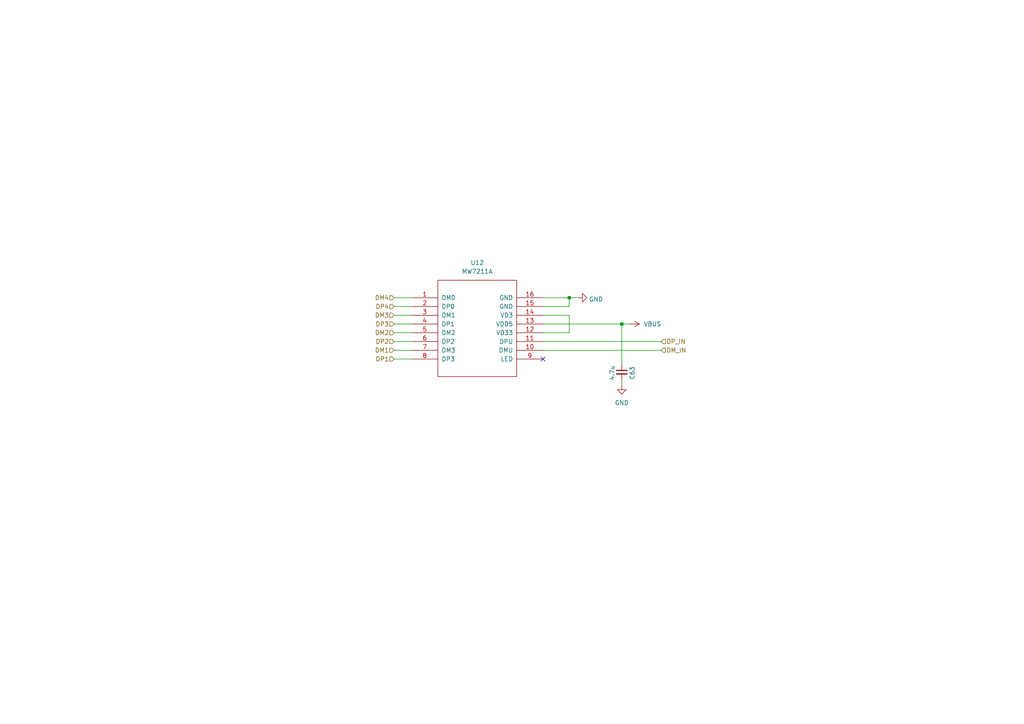
<source format=kicad_sch>
(kicad_sch (version 20250114) (generator "eeschema") (generator_version "9.0")
  (paper "A4")
  (title_block (title "${NAME} ${MODEL}") (date "2025-07-04") (rev "${VERSION}") (company "Mikhail Matveev") (comment 1 "https://github.com/rh1tech/echo"))
  (lib_symbols
    (symbol "Device:C_Small" (pin_numbers (hide yes)) (pin_names (offset 0.254) (hide yes))
      (property "Reference" "C" (at 0.254 1.778 0))
      (property "Value" "C_Small" (at 0.254 -2.032 0))
      (symbol "C_Small_0_1"
        (polyline (pts (xy -1.524 0.508) (xy 1.524 0.508)) (stroke (width 0.3048)))
        (polyline (pts (xy -1.524 -0.508) (xy 1.524 -0.508)) (stroke (width 0.3302)))
      )
      (symbol "C_Small_1_1"
        (pin passive line (at 0 2.54 270) (length 2.032) (name "~") (number "1"))
        (pin passive line (at 0 -2.54 90) (length 2.032) (name "~") (number "2"))
      )
    )
    (symbol "FRANK:MW7211A" (pin_names (offset 1.016))
      (property "Reference" "U10" (at 0 19.05 0))
      (property "Value" "MW7211A" (at 0 16.51 0))
      (symbol "MW7211A_1_0"
        (rectangle (start -11.43 -13.97) (end 11.43 13.97))
      )
      (symbol "MW7211A_1_1"
        (pin input line (at -19.05 8.89 0) (length 7.62) (name "DM0") (number "1"))
        (pin input line (at -19.05 6.35 0) (length 7.62) (name "DP0") (number "2"))
        (pin input line (at -19.05 3.81 0) (length 7.62) (name "DM1") (number "3"))
        (pin input line (at -19.05 1.27 0) (length 7.62) (name "DP1") (number "4"))
        (pin input line (at -19.05 -1.27 0) (length 7.62) (name "DM2") (number "5"))
        (pin input line (at -19.05 -3.81 0) (length 7.62) (name "DP2") (number "6"))
        (pin input line (at -19.05 -6.35 0) (length 7.62) (name "DM3") (number "7"))
        (pin input line (at -19.05 -8.89 0) (length 7.62) (name "DP3") (number "8"))
        (pin input line (at 19.05 8.89 180) (length 7.62) (name "GND") (number "16"))
        (pin input line (at 19.05 6.35 180) (length 7.62) (name "GND") (number "15"))
        (pin input line (at 19.05 3.81 180) (length 7.62) (name "VD3") (number "14"))
        (pin input line (at 19.05 1.27 180) (length 7.62) (name "VDD5") (number "13"))
        (pin input line (at 19.05 -1.27 180) (length 7.62) (name "VD33") (number "12"))
        (pin input line (at 19.05 -3.81 180) (length 7.62) (name "DPU") (number "11"))
        (pin input line (at 19.05 -6.35 180) (length 7.62) (name "DMU") (number "10"))
        (pin input line (at 19.05 -8.89 180) (length 7.62) (name "LED") (number "9"))
      )
    )
    (symbol "power:GND" (power) (pin_numbers (hide yes)) (pin_names (offset 0) (hide yes))
      (property "Value" "GND" (at 0 -3.81 0))
      (symbol "GND_0_1"
        (polyline (pts (xy 0 0) (xy 0 -1.27) (xy 1.27 -1.27) (xy 0 -2.54) (xy -1.27 -1.27) (xy 0 -1.27)))
      )
      (symbol "GND_1_1"
        (pin power_in line (at 0 0 270) (length 0) (name "~") (number "1"))
      )
    )
    (symbol "power:VBUS" (power) (pin_numbers (hide yes)) (pin_names (offset 0) (hide yes))
      (property "Value" "VBUS" (at 0 3.556 0))
      (symbol "VBUS_0_1"
        (polyline (pts (xy -0.762 1.27) (xy 0 2.54)))
        (polyline (pts (xy 0 2.54) (xy 0.762 1.27)))
        (polyline (pts (xy 0 0) (xy 0 2.54)))
      )
      (symbol "VBUS_1_1"
        (pin power_in line (at 0 0 90) (length 0) (name "~") (number "1"))
      )
    )
  )
  (junction (at 165.1 86.36))
  (junction (at 180.34 93.98))
  (no_connect (at 157.48 104.14))
  (wire (pts (xy 114.3 93.98) (xy 119.38 93.98)))
  (wire (pts (xy 165.1 91.44) (xy 157.48 91.44)))
  (wire (pts (xy 165.1 86.36) (xy 157.48 86.36)))
  (wire (pts (xy 157.48 96.52) (xy 165.1 96.52)))
  (wire (pts (xy 180.34 111.76) (xy 180.34 110.49)))
  (wire (pts (xy 157.48 93.98) (xy 180.34 93.98)))
  (wire (pts (xy 114.3 91.44) (xy 119.38 91.44)))
  (wire (pts (xy 157.48 88.9) (xy 165.1 88.9)))
  (wire (pts (xy 165.1 96.52) (xy 165.1 91.44)))
  (wire (pts (xy 114.3 96.52) (xy 119.38 96.52)))
  (wire (pts (xy 114.3 86.36) (xy 119.38 86.36)))
  (wire (pts (xy 165.1 88.9) (xy 165.1 86.36)))
  (wire (pts (xy 114.3 101.6) (xy 119.38 101.6)))
  (wire (pts (xy 180.34 93.98) (xy 182.88 93.98)))
  (wire (pts (xy 114.3 99.06) (xy 119.38 99.06)))
  (wire (pts (xy 157.48 99.06) (xy 191.77 99.06)))
  (wire (pts (xy 157.48 101.6) (xy 191.77 101.6)))
  (wire (pts (xy 167.64 86.36) (xy 165.1 86.36)))
  (wire (pts (xy 114.3 104.14) (xy 119.38 104.14)))
  (wire (pts (xy 114.3 88.9) (xy 119.38 88.9)))
  (wire (pts (xy 180.34 93.98) (xy 180.34 105.41)))
  (hierarchical_label "DM2" (shape input) (at 114.3 96.52 180))
  (hierarchical_label "DP3" (shape input) (at 114.3 93.98 180))
  (hierarchical_label "DM_IN" (shape input) (at 191.77 101.6 0))
  (hierarchical_label "DM3" (shape input) (at 114.3 91.44 180))
  (hierarchical_label "DP4" (shape input) (at 114.3 88.9 180))
  (hierarchical_label "DM1" (shape input) (at 114.3 101.6 180))
  (hierarchical_label "DP_IN" (shape input) (at 191.77 99.06 0))
  (hierarchical_label "DP2" (shape input) (at 114.3 99.06 180))
  (hierarchical_label "DP1" (shape input) (at 114.3 104.14 180))
  (hierarchical_label "DM4" (shape input) (at 114.3 86.36 180))
  (symbol (lib_id "power:GND") (at 180.34 111.76 0) (unit 1)
    (property "Reference" "#PWR0120" (effects (hide yes)))
    (property "Value" "GND" (at 180.34 116.84 0))
    (property "Description" "Power symbol creates a global label with name \"GND\" , ground" (effects (hide yes)))
  )
  (symbol (lib_id "power:VBUS") (at 182.88 93.98 270) (unit 1)
    (property "Reference" "#PWR0119" (effects (hide yes)))
    (property "Value" "VBUS" (at 186.69 93.9799 90) (effects (justify left)))
    (property "Description" "Power symbol creates a global label with name \"VBUS\"" (effects (hide yes)))
  )
  (symbol (lib_id "power:GND") (at 167.64 86.36 90) (unit 1)
    (property "Reference" "#PWR0118" (effects (hide yes)))
    (property "Value" "GND" (at 170.815 86.7938 90) (effects (justify right)))
    (property "Description" "Power symbol creates a global label with name \"GND\" , ground" (effects (hide yes)))
  )
  (symbol (lib_id "Device:C_Small") (at 180.34 107.95 0) (unit 1)
    (property "Reference" "C63" (at 183.388 108.204 90))
    (property "Value" "4.7u" (at 177.546 108.204 90))
    (property "Footprint" "FRANK:Capacitor (0805)" (effects (hide yes)))
    (property "Datasheet" "https://eu.mouser.com/datasheet/2/40/KGM_X7R-3223212.pdf" (effects (hide yes)))
    (property "Description" "Unpolarized capacitor, small symbol" (effects (hide yes)))
    (property "AliExpress" "https://www.aliexpress.com/item/33008008276.html" (effects (hide yes)))
  )
  (symbol (lib_id "FRANK:MW7211A") (at 138.43 95.25 0) (unit 1)
    (property "Reference" "U12" (at 138.43 76.2 0))
    (property "Value" "MW7211A" (at 138.43 78.74 0))
    (property "Footprint" "FRANK:SOP-16" (effects (hide yes)))
    (property "Datasheet" "https://content.instructables.com/FTQ/K2JY/KW6E9NZ8/FTQK2JYKW6E9NZ8.pdf" (effects (hide yes)))
    (property "AliExpress" "https://www.aliexpress.com/item/1005007446137541.html" (effects (hide yes)))
  )
)
</source>
